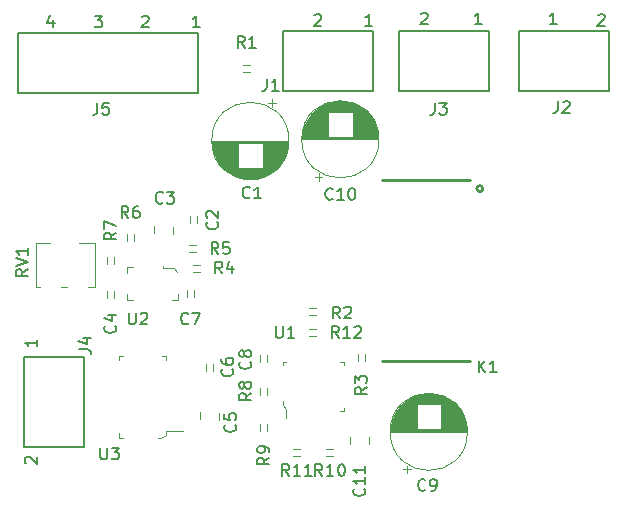
<source format=gto>
G04 #@! TF.GenerationSoftware,KiCad,Pcbnew,(5.1.0)-1*
G04 #@! TF.CreationDate,2019-06-02T09:38:51-04:00*
G04 #@! TF.ProjectId,SCH1110 - IO Module PCB,53434831-3131-4302-902d-20494f204d6f,-*
G04 #@! TF.SameCoordinates,Original*
G04 #@! TF.FileFunction,Legend,Top*
G04 #@! TF.FilePolarity,Positive*
%FSLAX46Y46*%
G04 Gerber Fmt 4.6, Leading zero omitted, Abs format (unit mm)*
G04 Created by KiCad (PCBNEW (5.1.0)-1) date 2019-06-02 09:38:51*
%MOMM*%
%LPD*%
G04 APERTURE LIST*
%ADD10C,0.150000*%
%ADD11C,0.254000*%
%ADD12C,0.100000*%
%ADD13C,0.180000*%
%ADD14C,0.120000*%
G04 APERTURE END LIST*
D10*
X102925619Y-90201714D02*
X102878000Y-90154095D01*
X102830380Y-90058857D01*
X102830380Y-89820761D01*
X102878000Y-89725523D01*
X102925619Y-89677904D01*
X103020857Y-89630285D01*
X103116095Y-89630285D01*
X103258952Y-89677904D01*
X103830380Y-90249333D01*
X103830380Y-89630285D01*
X103830380Y-79724285D02*
X103830380Y-80295714D01*
X103830380Y-80010000D02*
X102830380Y-80010000D01*
X102973238Y-80105238D01*
X103068476Y-80200476D01*
X103116095Y-80295714D01*
X105219476Y-52617714D02*
X105219476Y-53284380D01*
X104981380Y-52236761D02*
X104743285Y-52951047D01*
X105362333Y-52951047D01*
X108759666Y-52284380D02*
X109378714Y-52284380D01*
X109045380Y-52665333D01*
X109188238Y-52665333D01*
X109283476Y-52712952D01*
X109331095Y-52760571D01*
X109378714Y-52855809D01*
X109378714Y-53093904D01*
X109331095Y-53189142D01*
X109283476Y-53236761D01*
X109188238Y-53284380D01*
X108902523Y-53284380D01*
X108807285Y-53236761D01*
X108759666Y-53189142D01*
X112744285Y-52379619D02*
X112791904Y-52332000D01*
X112887142Y-52284380D01*
X113125238Y-52284380D01*
X113220476Y-52332000D01*
X113268095Y-52379619D01*
X113315714Y-52474857D01*
X113315714Y-52570095D01*
X113268095Y-52712952D01*
X112696666Y-53284380D01*
X113315714Y-53284380D01*
X117633714Y-53284380D02*
X117062285Y-53284380D01*
X117348000Y-53284380D02*
X117348000Y-52284380D01*
X117252761Y-52427238D01*
X117157523Y-52522476D01*
X117062285Y-52570095D01*
X127349285Y-52252619D02*
X127396904Y-52205000D01*
X127492142Y-52157380D01*
X127730238Y-52157380D01*
X127825476Y-52205000D01*
X127873095Y-52252619D01*
X127920714Y-52347857D01*
X127920714Y-52443095D01*
X127873095Y-52585952D01*
X127301666Y-53157380D01*
X127920714Y-53157380D01*
X132238714Y-53157380D02*
X131667285Y-53157380D01*
X131953000Y-53157380D02*
X131953000Y-52157380D01*
X131857761Y-52300238D01*
X131762523Y-52395476D01*
X131667285Y-52443095D01*
X136366285Y-52125619D02*
X136413904Y-52078000D01*
X136509142Y-52030380D01*
X136747238Y-52030380D01*
X136842476Y-52078000D01*
X136890095Y-52125619D01*
X136937714Y-52220857D01*
X136937714Y-52316095D01*
X136890095Y-52458952D01*
X136318666Y-53030380D01*
X136937714Y-53030380D01*
X141509714Y-53030380D02*
X140938285Y-53030380D01*
X141224000Y-53030380D02*
X141224000Y-52030380D01*
X141128761Y-52173238D01*
X141033523Y-52268476D01*
X140938285Y-52316095D01*
X151352285Y-52252619D02*
X151399904Y-52205000D01*
X151495142Y-52157380D01*
X151733238Y-52157380D01*
X151828476Y-52205000D01*
X151876095Y-52252619D01*
X151923714Y-52347857D01*
X151923714Y-52443095D01*
X151876095Y-52585952D01*
X151304666Y-53157380D01*
X151923714Y-53157380D01*
X147859714Y-53030380D02*
X147288285Y-53030380D01*
X147574000Y-53030380D02*
X147574000Y-52030380D01*
X147478761Y-52173238D01*
X147383523Y-52268476D01*
X147288285Y-52316095D01*
D11*
X140479000Y-81541000D02*
X133079000Y-81541000D01*
X140479000Y-66167000D02*
X133079000Y-66167000D01*
X141605000Y-66929000D02*
G75*
G03X141605000Y-66929000I-254000J0D01*
G01*
D12*
X115438000Y-73616000D02*
X115708000Y-73996000D01*
X115418000Y-73616000D02*
X115438000Y-73616000D01*
X115378000Y-73616000D02*
X115418000Y-73616000D01*
X114538000Y-73616000D02*
X115378000Y-73616000D01*
X114538000Y-73456000D02*
X114538000Y-73616000D01*
X111468000Y-76396000D02*
X111468000Y-75896000D01*
X111468000Y-76396000D02*
X111968000Y-76396000D01*
X111518000Y-73596000D02*
X112018000Y-73596000D01*
X115768000Y-76396000D02*
X115268000Y-76396000D01*
X115768000Y-76396000D02*
X115768000Y-75896000D01*
X111468000Y-73596000D02*
X111468000Y-73996000D01*
X111468000Y-73996000D02*
X111468000Y-74096000D01*
D13*
X102743000Y-81153000D02*
X107823000Y-81153000D01*
X102743000Y-88773000D02*
X102743000Y-81153000D01*
X107823000Y-88773000D02*
X102743000Y-88773000D01*
X107823000Y-81153000D02*
X107823000Y-88773000D01*
D14*
X130391000Y-88565000D02*
X130391000Y-87965000D01*
X131991000Y-88585000D02*
X131991000Y-87985000D01*
X134879000Y-90708241D02*
X135509000Y-90708241D01*
X135194000Y-91023241D02*
X135194000Y-90393241D01*
X136631000Y-84282000D02*
X137435000Y-84282000D01*
X136400000Y-84322000D02*
X137666000Y-84322000D01*
X136231000Y-84362000D02*
X137835000Y-84362000D01*
X136093000Y-84402000D02*
X137973000Y-84402000D01*
X135974000Y-84442000D02*
X138092000Y-84442000D01*
X135868000Y-84482000D02*
X138198000Y-84482000D01*
X135771000Y-84522000D02*
X138295000Y-84522000D01*
X135683000Y-84562000D02*
X138383000Y-84562000D01*
X135601000Y-84602000D02*
X138465000Y-84602000D01*
X135524000Y-84642000D02*
X138542000Y-84642000D01*
X135452000Y-84682000D02*
X138614000Y-84682000D01*
X135383000Y-84722000D02*
X138683000Y-84722000D01*
X135319000Y-84762000D02*
X138747000Y-84762000D01*
X135257000Y-84802000D02*
X138809000Y-84802000D01*
X135199000Y-84842000D02*
X138867000Y-84842000D01*
X135143000Y-84882000D02*
X138923000Y-84882000D01*
X135089000Y-84922000D02*
X138977000Y-84922000D01*
X135038000Y-84962000D02*
X139028000Y-84962000D01*
X134989000Y-85002000D02*
X139077000Y-85002000D01*
X134941000Y-85042000D02*
X139125000Y-85042000D01*
X134896000Y-85082000D02*
X139170000Y-85082000D01*
X134851000Y-85122000D02*
X139215000Y-85122000D01*
X134809000Y-85162000D02*
X139257000Y-85162000D01*
X134768000Y-85202000D02*
X139298000Y-85202000D01*
X138073000Y-85242000D02*
X139338000Y-85242000D01*
X134728000Y-85242000D02*
X135993000Y-85242000D01*
X138073000Y-85282000D02*
X139376000Y-85282000D01*
X134690000Y-85282000D02*
X135993000Y-85282000D01*
X138073000Y-85322000D02*
X139413000Y-85322000D01*
X134653000Y-85322000D02*
X135993000Y-85322000D01*
X138073000Y-85362000D02*
X139449000Y-85362000D01*
X134617000Y-85362000D02*
X135993000Y-85362000D01*
X138073000Y-85402000D02*
X139483000Y-85402000D01*
X134583000Y-85402000D02*
X135993000Y-85402000D01*
X138073000Y-85442000D02*
X139517000Y-85442000D01*
X134549000Y-85442000D02*
X135993000Y-85442000D01*
X138073000Y-85482000D02*
X139549000Y-85482000D01*
X134517000Y-85482000D02*
X135993000Y-85482000D01*
X138073000Y-85522000D02*
X139581000Y-85522000D01*
X134485000Y-85522000D02*
X135993000Y-85522000D01*
X138073000Y-85562000D02*
X139611000Y-85562000D01*
X134455000Y-85562000D02*
X135993000Y-85562000D01*
X138073000Y-85602000D02*
X139640000Y-85602000D01*
X134426000Y-85602000D02*
X135993000Y-85602000D01*
X138073000Y-85642000D02*
X139669000Y-85642000D01*
X134397000Y-85642000D02*
X135993000Y-85642000D01*
X138073000Y-85682000D02*
X139697000Y-85682000D01*
X134369000Y-85682000D02*
X135993000Y-85682000D01*
X138073000Y-85722000D02*
X139723000Y-85722000D01*
X134343000Y-85722000D02*
X135993000Y-85722000D01*
X138073000Y-85762000D02*
X139749000Y-85762000D01*
X134317000Y-85762000D02*
X135993000Y-85762000D01*
X138073000Y-85802000D02*
X139775000Y-85802000D01*
X134291000Y-85802000D02*
X135993000Y-85802000D01*
X138073000Y-85842000D02*
X139799000Y-85842000D01*
X134267000Y-85842000D02*
X135993000Y-85842000D01*
X138073000Y-85882000D02*
X139823000Y-85882000D01*
X134243000Y-85882000D02*
X135993000Y-85882000D01*
X138073000Y-85922000D02*
X139845000Y-85922000D01*
X134221000Y-85922000D02*
X135993000Y-85922000D01*
X138073000Y-85962000D02*
X139867000Y-85962000D01*
X134199000Y-85962000D02*
X135993000Y-85962000D01*
X138073000Y-86002000D02*
X139889000Y-86002000D01*
X134177000Y-86002000D02*
X135993000Y-86002000D01*
X138073000Y-86042000D02*
X139909000Y-86042000D01*
X134157000Y-86042000D02*
X135993000Y-86042000D01*
X138073000Y-86082000D02*
X139929000Y-86082000D01*
X134137000Y-86082000D02*
X135993000Y-86082000D01*
X138073000Y-86122000D02*
X139949000Y-86122000D01*
X134117000Y-86122000D02*
X135993000Y-86122000D01*
X138073000Y-86162000D02*
X139967000Y-86162000D01*
X134099000Y-86162000D02*
X135993000Y-86162000D01*
X138073000Y-86202000D02*
X139985000Y-86202000D01*
X134081000Y-86202000D02*
X135993000Y-86202000D01*
X138073000Y-86242000D02*
X140003000Y-86242000D01*
X134063000Y-86242000D02*
X135993000Y-86242000D01*
X138073000Y-86282000D02*
X140019000Y-86282000D01*
X134047000Y-86282000D02*
X135993000Y-86282000D01*
X138073000Y-86322000D02*
X140035000Y-86322000D01*
X134031000Y-86322000D02*
X135993000Y-86322000D01*
X138073000Y-86362000D02*
X140051000Y-86362000D01*
X134015000Y-86362000D02*
X135993000Y-86362000D01*
X138073000Y-86402000D02*
X140066000Y-86402000D01*
X134000000Y-86402000D02*
X135993000Y-86402000D01*
X138073000Y-86442000D02*
X140080000Y-86442000D01*
X133986000Y-86442000D02*
X135993000Y-86442000D01*
X138073000Y-86482000D02*
X140094000Y-86482000D01*
X133972000Y-86482000D02*
X135993000Y-86482000D01*
X138073000Y-86522000D02*
X140107000Y-86522000D01*
X133959000Y-86522000D02*
X135993000Y-86522000D01*
X138073000Y-86562000D02*
X140119000Y-86562000D01*
X133947000Y-86562000D02*
X135993000Y-86562000D01*
X138073000Y-86602000D02*
X140131000Y-86602000D01*
X133935000Y-86602000D02*
X135993000Y-86602000D01*
X138073000Y-86642000D02*
X140143000Y-86642000D01*
X133923000Y-86642000D02*
X135993000Y-86642000D01*
X138073000Y-86682000D02*
X140154000Y-86682000D01*
X133912000Y-86682000D02*
X135993000Y-86682000D01*
X138073000Y-86722000D02*
X140164000Y-86722000D01*
X133902000Y-86722000D02*
X135993000Y-86722000D01*
X138073000Y-86762000D02*
X140174000Y-86762000D01*
X133892000Y-86762000D02*
X135993000Y-86762000D01*
X138073000Y-86802000D02*
X140183000Y-86802000D01*
X133883000Y-86802000D02*
X135993000Y-86802000D01*
X138073000Y-86843000D02*
X140192000Y-86843000D01*
X133874000Y-86843000D02*
X135993000Y-86843000D01*
X138073000Y-86883000D02*
X140200000Y-86883000D01*
X133866000Y-86883000D02*
X135993000Y-86883000D01*
X138073000Y-86923000D02*
X140208000Y-86923000D01*
X133858000Y-86923000D02*
X135993000Y-86923000D01*
X138073000Y-86963000D02*
X140215000Y-86963000D01*
X133851000Y-86963000D02*
X135993000Y-86963000D01*
X138073000Y-87003000D02*
X140222000Y-87003000D01*
X133844000Y-87003000D02*
X135993000Y-87003000D01*
X138073000Y-87043000D02*
X140228000Y-87043000D01*
X133838000Y-87043000D02*
X135993000Y-87043000D01*
X138073000Y-87083000D02*
X140234000Y-87083000D01*
X133832000Y-87083000D02*
X135993000Y-87083000D01*
X138073000Y-87123000D02*
X140239000Y-87123000D01*
X133827000Y-87123000D02*
X135993000Y-87123000D01*
X138073000Y-87163000D02*
X140244000Y-87163000D01*
X133822000Y-87163000D02*
X135993000Y-87163000D01*
X138073000Y-87203000D02*
X140248000Y-87203000D01*
X133818000Y-87203000D02*
X135993000Y-87203000D01*
X138073000Y-87243000D02*
X140251000Y-87243000D01*
X133815000Y-87243000D02*
X135993000Y-87243000D01*
X138073000Y-87283000D02*
X140255000Y-87283000D01*
X133811000Y-87283000D02*
X135993000Y-87283000D01*
X133809000Y-87323000D02*
X140257000Y-87323000D01*
X133806000Y-87363000D02*
X140260000Y-87363000D01*
X133805000Y-87403000D02*
X140261000Y-87403000D01*
X133803000Y-87443000D02*
X140263000Y-87443000D01*
X133803000Y-87483000D02*
X140263000Y-87483000D01*
X133803000Y-87523000D02*
X140263000Y-87523000D01*
X140303000Y-87523000D02*
G75*
G03X140303000Y-87523000I-3270000J0D01*
G01*
X125190000Y-62885000D02*
G75*
G03X125190000Y-62885000I-3270000J0D01*
G01*
X125150000Y-62885000D02*
X118690000Y-62885000D01*
X125150000Y-62925000D02*
X118690000Y-62925000D01*
X125150000Y-62965000D02*
X118690000Y-62965000D01*
X125148000Y-63005000D02*
X118692000Y-63005000D01*
X125147000Y-63045000D02*
X118693000Y-63045000D01*
X125144000Y-63085000D02*
X118696000Y-63085000D01*
X125142000Y-63125000D02*
X122960000Y-63125000D01*
X120880000Y-63125000D02*
X118698000Y-63125000D01*
X125138000Y-63165000D02*
X122960000Y-63165000D01*
X120880000Y-63165000D02*
X118702000Y-63165000D01*
X125135000Y-63205000D02*
X122960000Y-63205000D01*
X120880000Y-63205000D02*
X118705000Y-63205000D01*
X125131000Y-63245000D02*
X122960000Y-63245000D01*
X120880000Y-63245000D02*
X118709000Y-63245000D01*
X125126000Y-63285000D02*
X122960000Y-63285000D01*
X120880000Y-63285000D02*
X118714000Y-63285000D01*
X125121000Y-63325000D02*
X122960000Y-63325000D01*
X120880000Y-63325000D02*
X118719000Y-63325000D01*
X125115000Y-63365000D02*
X122960000Y-63365000D01*
X120880000Y-63365000D02*
X118725000Y-63365000D01*
X125109000Y-63405000D02*
X122960000Y-63405000D01*
X120880000Y-63405000D02*
X118731000Y-63405000D01*
X125102000Y-63445000D02*
X122960000Y-63445000D01*
X120880000Y-63445000D02*
X118738000Y-63445000D01*
X125095000Y-63485000D02*
X122960000Y-63485000D01*
X120880000Y-63485000D02*
X118745000Y-63485000D01*
X125087000Y-63525000D02*
X122960000Y-63525000D01*
X120880000Y-63525000D02*
X118753000Y-63525000D01*
X125079000Y-63565000D02*
X122960000Y-63565000D01*
X120880000Y-63565000D02*
X118761000Y-63565000D01*
X125070000Y-63606000D02*
X122960000Y-63606000D01*
X120880000Y-63606000D02*
X118770000Y-63606000D01*
X125061000Y-63646000D02*
X122960000Y-63646000D01*
X120880000Y-63646000D02*
X118779000Y-63646000D01*
X125051000Y-63686000D02*
X122960000Y-63686000D01*
X120880000Y-63686000D02*
X118789000Y-63686000D01*
X125041000Y-63726000D02*
X122960000Y-63726000D01*
X120880000Y-63726000D02*
X118799000Y-63726000D01*
X125030000Y-63766000D02*
X122960000Y-63766000D01*
X120880000Y-63766000D02*
X118810000Y-63766000D01*
X125018000Y-63806000D02*
X122960000Y-63806000D01*
X120880000Y-63806000D02*
X118822000Y-63806000D01*
X125006000Y-63846000D02*
X122960000Y-63846000D01*
X120880000Y-63846000D02*
X118834000Y-63846000D01*
X124994000Y-63886000D02*
X122960000Y-63886000D01*
X120880000Y-63886000D02*
X118846000Y-63886000D01*
X124981000Y-63926000D02*
X122960000Y-63926000D01*
X120880000Y-63926000D02*
X118859000Y-63926000D01*
X124967000Y-63966000D02*
X122960000Y-63966000D01*
X120880000Y-63966000D02*
X118873000Y-63966000D01*
X124953000Y-64006000D02*
X122960000Y-64006000D01*
X120880000Y-64006000D02*
X118887000Y-64006000D01*
X124938000Y-64046000D02*
X122960000Y-64046000D01*
X120880000Y-64046000D02*
X118902000Y-64046000D01*
X124922000Y-64086000D02*
X122960000Y-64086000D01*
X120880000Y-64086000D02*
X118918000Y-64086000D01*
X124906000Y-64126000D02*
X122960000Y-64126000D01*
X120880000Y-64126000D02*
X118934000Y-64126000D01*
X124890000Y-64166000D02*
X122960000Y-64166000D01*
X120880000Y-64166000D02*
X118950000Y-64166000D01*
X124872000Y-64206000D02*
X122960000Y-64206000D01*
X120880000Y-64206000D02*
X118968000Y-64206000D01*
X124854000Y-64246000D02*
X122960000Y-64246000D01*
X120880000Y-64246000D02*
X118986000Y-64246000D01*
X124836000Y-64286000D02*
X122960000Y-64286000D01*
X120880000Y-64286000D02*
X119004000Y-64286000D01*
X124816000Y-64326000D02*
X122960000Y-64326000D01*
X120880000Y-64326000D02*
X119024000Y-64326000D01*
X124796000Y-64366000D02*
X122960000Y-64366000D01*
X120880000Y-64366000D02*
X119044000Y-64366000D01*
X124776000Y-64406000D02*
X122960000Y-64406000D01*
X120880000Y-64406000D02*
X119064000Y-64406000D01*
X124754000Y-64446000D02*
X122960000Y-64446000D01*
X120880000Y-64446000D02*
X119086000Y-64446000D01*
X124732000Y-64486000D02*
X122960000Y-64486000D01*
X120880000Y-64486000D02*
X119108000Y-64486000D01*
X124710000Y-64526000D02*
X122960000Y-64526000D01*
X120880000Y-64526000D02*
X119130000Y-64526000D01*
X124686000Y-64566000D02*
X122960000Y-64566000D01*
X120880000Y-64566000D02*
X119154000Y-64566000D01*
X124662000Y-64606000D02*
X122960000Y-64606000D01*
X120880000Y-64606000D02*
X119178000Y-64606000D01*
X124636000Y-64646000D02*
X122960000Y-64646000D01*
X120880000Y-64646000D02*
X119204000Y-64646000D01*
X124610000Y-64686000D02*
X122960000Y-64686000D01*
X120880000Y-64686000D02*
X119230000Y-64686000D01*
X124584000Y-64726000D02*
X122960000Y-64726000D01*
X120880000Y-64726000D02*
X119256000Y-64726000D01*
X124556000Y-64766000D02*
X122960000Y-64766000D01*
X120880000Y-64766000D02*
X119284000Y-64766000D01*
X124527000Y-64806000D02*
X122960000Y-64806000D01*
X120880000Y-64806000D02*
X119313000Y-64806000D01*
X124498000Y-64846000D02*
X122960000Y-64846000D01*
X120880000Y-64846000D02*
X119342000Y-64846000D01*
X124468000Y-64886000D02*
X122960000Y-64886000D01*
X120880000Y-64886000D02*
X119372000Y-64886000D01*
X124436000Y-64926000D02*
X122960000Y-64926000D01*
X120880000Y-64926000D02*
X119404000Y-64926000D01*
X124404000Y-64966000D02*
X122960000Y-64966000D01*
X120880000Y-64966000D02*
X119436000Y-64966000D01*
X124370000Y-65006000D02*
X122960000Y-65006000D01*
X120880000Y-65006000D02*
X119470000Y-65006000D01*
X124336000Y-65046000D02*
X122960000Y-65046000D01*
X120880000Y-65046000D02*
X119504000Y-65046000D01*
X124300000Y-65086000D02*
X122960000Y-65086000D01*
X120880000Y-65086000D02*
X119540000Y-65086000D01*
X124263000Y-65126000D02*
X122960000Y-65126000D01*
X120880000Y-65126000D02*
X119577000Y-65126000D01*
X124225000Y-65166000D02*
X122960000Y-65166000D01*
X120880000Y-65166000D02*
X119615000Y-65166000D01*
X124185000Y-65206000D02*
X119655000Y-65206000D01*
X124144000Y-65246000D02*
X119696000Y-65246000D01*
X124102000Y-65286000D02*
X119738000Y-65286000D01*
X124057000Y-65326000D02*
X119783000Y-65326000D01*
X124012000Y-65366000D02*
X119828000Y-65366000D01*
X123964000Y-65406000D02*
X119876000Y-65406000D01*
X123915000Y-65446000D02*
X119925000Y-65446000D01*
X123864000Y-65486000D02*
X119976000Y-65486000D01*
X123810000Y-65526000D02*
X120030000Y-65526000D01*
X123754000Y-65566000D02*
X120086000Y-65566000D01*
X123696000Y-65606000D02*
X120144000Y-65606000D01*
X123634000Y-65646000D02*
X120206000Y-65646000D01*
X123570000Y-65686000D02*
X120270000Y-65686000D01*
X123501000Y-65726000D02*
X120339000Y-65726000D01*
X123429000Y-65766000D02*
X120411000Y-65766000D01*
X123352000Y-65806000D02*
X120488000Y-65806000D01*
X123270000Y-65846000D02*
X120570000Y-65846000D01*
X123182000Y-65886000D02*
X120658000Y-65886000D01*
X123085000Y-65926000D02*
X120755000Y-65926000D01*
X122979000Y-65966000D02*
X120861000Y-65966000D01*
X122860000Y-66006000D02*
X120980000Y-66006000D01*
X122722000Y-66046000D02*
X121118000Y-66046000D01*
X122553000Y-66086000D02*
X121287000Y-66086000D01*
X122322000Y-66126000D02*
X121518000Y-66126000D01*
X123759000Y-59384759D02*
X123759000Y-60014759D01*
X124074000Y-59699759D02*
X123444000Y-59699759D01*
X117394000Y-69831000D02*
X117394000Y-69231000D01*
X116794000Y-69831000D02*
X116794000Y-69231000D01*
X115354000Y-70151000D02*
X115354000Y-70751000D01*
X113754000Y-70131000D02*
X113754000Y-70731000D01*
X110409000Y-75581000D02*
X110409000Y-76181000D01*
X109809000Y-75581000D02*
X109809000Y-76181000D01*
X117691000Y-85879000D02*
X117691000Y-86479000D01*
X119291000Y-85899000D02*
X119291000Y-86499000D01*
X118191000Y-82342000D02*
X118191000Y-81742000D01*
X118791000Y-82342000D02*
X118791000Y-81742000D01*
X117140000Y-75519000D02*
X117140000Y-76119000D01*
X116540000Y-75519000D02*
X116540000Y-76119000D01*
X122763000Y-81045000D02*
X122763000Y-81645000D01*
X123363000Y-81045000D02*
X123363000Y-81645000D01*
D13*
X132334000Y-58674000D02*
X124714000Y-58674000D01*
X124714000Y-58674000D02*
X124714000Y-53594000D01*
X124714000Y-53594000D02*
X132334000Y-53594000D01*
X132334000Y-53594000D02*
X132334000Y-58674000D01*
X144653000Y-58674000D02*
X144653000Y-53594000D01*
X152273000Y-58674000D02*
X144653000Y-58674000D01*
X152273000Y-53594000D02*
X152273000Y-58674000D01*
X144653000Y-53594000D02*
X152273000Y-53594000D01*
X142113000Y-58674000D02*
X134493000Y-58674000D01*
X134493000Y-58674000D02*
X134493000Y-53594000D01*
X134493000Y-53594000D02*
X142113000Y-53594000D01*
X142113000Y-53594000D02*
X142113000Y-58674000D01*
X117475000Y-58801000D02*
X102235000Y-58801000D01*
X102235000Y-58801000D02*
X102235000Y-53721000D01*
X102235000Y-53721000D02*
X117475000Y-53721000D01*
X117475000Y-53721000D02*
X117475000Y-58801000D01*
D14*
X121301000Y-56469000D02*
X121901000Y-56469000D01*
X121301000Y-57069000D02*
X121901000Y-57069000D01*
X127489000Y-77643000D02*
X126889000Y-77643000D01*
X127489000Y-77043000D02*
X126889000Y-77043000D01*
X131618000Y-81518000D02*
X131618000Y-80918000D01*
X131018000Y-81518000D02*
X131018000Y-80918000D01*
X117048000Y-73960000D02*
X117648000Y-73960000D01*
X117048000Y-73360000D02*
X117648000Y-73360000D01*
X116732000Y-72309000D02*
X117332000Y-72309000D01*
X116732000Y-71709000D02*
X117332000Y-71709000D01*
X112060000Y-70758000D02*
X112060000Y-71358000D01*
X111460000Y-70758000D02*
X111460000Y-71358000D01*
X109809000Y-72725000D02*
X109809000Y-73325000D01*
X110409000Y-72725000D02*
X110409000Y-73325000D01*
X123363000Y-84374000D02*
X123363000Y-83774000D01*
X122763000Y-84374000D02*
X122763000Y-83774000D01*
X123363000Y-86822000D02*
X123363000Y-87422000D01*
X122763000Y-86822000D02*
X122763000Y-87422000D01*
X128886000Y-88981000D02*
X128286000Y-88981000D01*
X128886000Y-89581000D02*
X128286000Y-89581000D01*
X125557000Y-88981000D02*
X126157000Y-88981000D01*
X125557000Y-89581000D02*
X126157000Y-89581000D01*
X104132000Y-75286000D02*
X103752000Y-75286000D01*
X108792000Y-75286000D02*
X108211000Y-75286000D01*
X106432000Y-75286000D02*
X105912000Y-75286000D01*
X108792000Y-71546000D02*
X107412000Y-71546000D01*
X104932000Y-71546000D02*
X103752000Y-71546000D01*
X108792000Y-75286000D02*
X108792000Y-71546000D01*
X103752000Y-75286000D02*
X103752000Y-71546000D01*
D12*
X124654000Y-84893000D02*
X124654000Y-85293000D01*
X124654000Y-85293000D02*
X124954000Y-85593000D01*
X124954000Y-85593000D02*
X124954000Y-86393000D01*
X129554000Y-85793000D02*
X129854000Y-85793000D01*
X129854000Y-85793000D02*
X129854000Y-85493000D01*
X124954000Y-81593000D02*
X124654000Y-81593000D01*
X124654000Y-81593000D02*
X124654000Y-81893000D01*
X129554000Y-81593000D02*
X129854000Y-81593000D01*
X129854000Y-81593000D02*
X129854000Y-81893000D01*
X114126000Y-88078000D02*
X114376000Y-88078000D01*
X114376000Y-88078000D02*
X114751000Y-87753000D01*
X114751000Y-87753000D02*
X114751000Y-87453000D01*
X114751000Y-87453000D02*
X116201000Y-87453000D01*
X110801000Y-87628000D02*
X110801000Y-88078000D01*
X110801000Y-88078000D02*
X111176000Y-88078000D01*
X114401000Y-81128000D02*
X114751000Y-81128000D01*
X114751000Y-81128000D02*
X114751000Y-81478000D01*
X110801000Y-81453000D02*
X110801000Y-81128000D01*
X110801000Y-81128000D02*
X111101000Y-81128000D01*
D14*
X132810000Y-62758000D02*
G75*
G03X132810000Y-62758000I-3270000J0D01*
G01*
X126310000Y-62758000D02*
X132770000Y-62758000D01*
X126310000Y-62718000D02*
X132770000Y-62718000D01*
X126310000Y-62678000D02*
X132770000Y-62678000D01*
X126312000Y-62638000D02*
X132768000Y-62638000D01*
X126313000Y-62598000D02*
X132767000Y-62598000D01*
X126316000Y-62558000D02*
X132764000Y-62558000D01*
X126318000Y-62518000D02*
X128500000Y-62518000D01*
X130580000Y-62518000D02*
X132762000Y-62518000D01*
X126322000Y-62478000D02*
X128500000Y-62478000D01*
X130580000Y-62478000D02*
X132758000Y-62478000D01*
X126325000Y-62438000D02*
X128500000Y-62438000D01*
X130580000Y-62438000D02*
X132755000Y-62438000D01*
X126329000Y-62398000D02*
X128500000Y-62398000D01*
X130580000Y-62398000D02*
X132751000Y-62398000D01*
X126334000Y-62358000D02*
X128500000Y-62358000D01*
X130580000Y-62358000D02*
X132746000Y-62358000D01*
X126339000Y-62318000D02*
X128500000Y-62318000D01*
X130580000Y-62318000D02*
X132741000Y-62318000D01*
X126345000Y-62278000D02*
X128500000Y-62278000D01*
X130580000Y-62278000D02*
X132735000Y-62278000D01*
X126351000Y-62238000D02*
X128500000Y-62238000D01*
X130580000Y-62238000D02*
X132729000Y-62238000D01*
X126358000Y-62198000D02*
X128500000Y-62198000D01*
X130580000Y-62198000D02*
X132722000Y-62198000D01*
X126365000Y-62158000D02*
X128500000Y-62158000D01*
X130580000Y-62158000D02*
X132715000Y-62158000D01*
X126373000Y-62118000D02*
X128500000Y-62118000D01*
X130580000Y-62118000D02*
X132707000Y-62118000D01*
X126381000Y-62078000D02*
X128500000Y-62078000D01*
X130580000Y-62078000D02*
X132699000Y-62078000D01*
X126390000Y-62037000D02*
X128500000Y-62037000D01*
X130580000Y-62037000D02*
X132690000Y-62037000D01*
X126399000Y-61997000D02*
X128500000Y-61997000D01*
X130580000Y-61997000D02*
X132681000Y-61997000D01*
X126409000Y-61957000D02*
X128500000Y-61957000D01*
X130580000Y-61957000D02*
X132671000Y-61957000D01*
X126419000Y-61917000D02*
X128500000Y-61917000D01*
X130580000Y-61917000D02*
X132661000Y-61917000D01*
X126430000Y-61877000D02*
X128500000Y-61877000D01*
X130580000Y-61877000D02*
X132650000Y-61877000D01*
X126442000Y-61837000D02*
X128500000Y-61837000D01*
X130580000Y-61837000D02*
X132638000Y-61837000D01*
X126454000Y-61797000D02*
X128500000Y-61797000D01*
X130580000Y-61797000D02*
X132626000Y-61797000D01*
X126466000Y-61757000D02*
X128500000Y-61757000D01*
X130580000Y-61757000D02*
X132614000Y-61757000D01*
X126479000Y-61717000D02*
X128500000Y-61717000D01*
X130580000Y-61717000D02*
X132601000Y-61717000D01*
X126493000Y-61677000D02*
X128500000Y-61677000D01*
X130580000Y-61677000D02*
X132587000Y-61677000D01*
X126507000Y-61637000D02*
X128500000Y-61637000D01*
X130580000Y-61637000D02*
X132573000Y-61637000D01*
X126522000Y-61597000D02*
X128500000Y-61597000D01*
X130580000Y-61597000D02*
X132558000Y-61597000D01*
X126538000Y-61557000D02*
X128500000Y-61557000D01*
X130580000Y-61557000D02*
X132542000Y-61557000D01*
X126554000Y-61517000D02*
X128500000Y-61517000D01*
X130580000Y-61517000D02*
X132526000Y-61517000D01*
X126570000Y-61477000D02*
X128500000Y-61477000D01*
X130580000Y-61477000D02*
X132510000Y-61477000D01*
X126588000Y-61437000D02*
X128500000Y-61437000D01*
X130580000Y-61437000D02*
X132492000Y-61437000D01*
X126606000Y-61397000D02*
X128500000Y-61397000D01*
X130580000Y-61397000D02*
X132474000Y-61397000D01*
X126624000Y-61357000D02*
X128500000Y-61357000D01*
X130580000Y-61357000D02*
X132456000Y-61357000D01*
X126644000Y-61317000D02*
X128500000Y-61317000D01*
X130580000Y-61317000D02*
X132436000Y-61317000D01*
X126664000Y-61277000D02*
X128500000Y-61277000D01*
X130580000Y-61277000D02*
X132416000Y-61277000D01*
X126684000Y-61237000D02*
X128500000Y-61237000D01*
X130580000Y-61237000D02*
X132396000Y-61237000D01*
X126706000Y-61197000D02*
X128500000Y-61197000D01*
X130580000Y-61197000D02*
X132374000Y-61197000D01*
X126728000Y-61157000D02*
X128500000Y-61157000D01*
X130580000Y-61157000D02*
X132352000Y-61157000D01*
X126750000Y-61117000D02*
X128500000Y-61117000D01*
X130580000Y-61117000D02*
X132330000Y-61117000D01*
X126774000Y-61077000D02*
X128500000Y-61077000D01*
X130580000Y-61077000D02*
X132306000Y-61077000D01*
X126798000Y-61037000D02*
X128500000Y-61037000D01*
X130580000Y-61037000D02*
X132282000Y-61037000D01*
X126824000Y-60997000D02*
X128500000Y-60997000D01*
X130580000Y-60997000D02*
X132256000Y-60997000D01*
X126850000Y-60957000D02*
X128500000Y-60957000D01*
X130580000Y-60957000D02*
X132230000Y-60957000D01*
X126876000Y-60917000D02*
X128500000Y-60917000D01*
X130580000Y-60917000D02*
X132204000Y-60917000D01*
X126904000Y-60877000D02*
X128500000Y-60877000D01*
X130580000Y-60877000D02*
X132176000Y-60877000D01*
X126933000Y-60837000D02*
X128500000Y-60837000D01*
X130580000Y-60837000D02*
X132147000Y-60837000D01*
X126962000Y-60797000D02*
X128500000Y-60797000D01*
X130580000Y-60797000D02*
X132118000Y-60797000D01*
X126992000Y-60757000D02*
X128500000Y-60757000D01*
X130580000Y-60757000D02*
X132088000Y-60757000D01*
X127024000Y-60717000D02*
X128500000Y-60717000D01*
X130580000Y-60717000D02*
X132056000Y-60717000D01*
X127056000Y-60677000D02*
X128500000Y-60677000D01*
X130580000Y-60677000D02*
X132024000Y-60677000D01*
X127090000Y-60637000D02*
X128500000Y-60637000D01*
X130580000Y-60637000D02*
X131990000Y-60637000D01*
X127124000Y-60597000D02*
X128500000Y-60597000D01*
X130580000Y-60597000D02*
X131956000Y-60597000D01*
X127160000Y-60557000D02*
X128500000Y-60557000D01*
X130580000Y-60557000D02*
X131920000Y-60557000D01*
X127197000Y-60517000D02*
X128500000Y-60517000D01*
X130580000Y-60517000D02*
X131883000Y-60517000D01*
X127235000Y-60477000D02*
X128500000Y-60477000D01*
X130580000Y-60477000D02*
X131845000Y-60477000D01*
X127275000Y-60437000D02*
X131805000Y-60437000D01*
X127316000Y-60397000D02*
X131764000Y-60397000D01*
X127358000Y-60357000D02*
X131722000Y-60357000D01*
X127403000Y-60317000D02*
X131677000Y-60317000D01*
X127448000Y-60277000D02*
X131632000Y-60277000D01*
X127496000Y-60237000D02*
X131584000Y-60237000D01*
X127545000Y-60197000D02*
X131535000Y-60197000D01*
X127596000Y-60157000D02*
X131484000Y-60157000D01*
X127650000Y-60117000D02*
X131430000Y-60117000D01*
X127706000Y-60077000D02*
X131374000Y-60077000D01*
X127764000Y-60037000D02*
X131316000Y-60037000D01*
X127826000Y-59997000D02*
X131254000Y-59997000D01*
X127890000Y-59957000D02*
X131190000Y-59957000D01*
X127959000Y-59917000D02*
X131121000Y-59917000D01*
X128031000Y-59877000D02*
X131049000Y-59877000D01*
X128108000Y-59837000D02*
X130972000Y-59837000D01*
X128190000Y-59797000D02*
X130890000Y-59797000D01*
X128278000Y-59757000D02*
X130802000Y-59757000D01*
X128375000Y-59717000D02*
X130705000Y-59717000D01*
X128481000Y-59677000D02*
X130599000Y-59677000D01*
X128600000Y-59637000D02*
X130480000Y-59637000D01*
X128738000Y-59597000D02*
X130342000Y-59597000D01*
X128907000Y-59557000D02*
X130173000Y-59557000D01*
X129138000Y-59517000D02*
X129942000Y-59517000D01*
X127701000Y-66258241D02*
X127701000Y-65628241D01*
X127386000Y-65943241D02*
X128016000Y-65943241D01*
X126889000Y-79421000D02*
X127489000Y-79421000D01*
X126889000Y-78821000D02*
X127489000Y-78821000D01*
D10*
X141247904Y-82494380D02*
X141247904Y-81494380D01*
X141819333Y-82494380D02*
X141390761Y-81922952D01*
X141819333Y-81494380D02*
X141247904Y-82065809D01*
X142771714Y-82494380D02*
X142200285Y-82494380D01*
X142486000Y-82494380D02*
X142486000Y-81494380D01*
X142390761Y-81637238D01*
X142295523Y-81732476D01*
X142200285Y-81780095D01*
X111633095Y-77430380D02*
X111633095Y-78239904D01*
X111680714Y-78335142D01*
X111728333Y-78382761D01*
X111823571Y-78430380D01*
X112014047Y-78430380D01*
X112109285Y-78382761D01*
X112156904Y-78335142D01*
X112204523Y-78239904D01*
X112204523Y-77430380D01*
X112633095Y-77525619D02*
X112680714Y-77478000D01*
X112775952Y-77430380D01*
X113014047Y-77430380D01*
X113109285Y-77478000D01*
X113156904Y-77525619D01*
X113204523Y-77620857D01*
X113204523Y-77716095D01*
X113156904Y-77858952D01*
X112585476Y-78430380D01*
X113204523Y-78430380D01*
D13*
X107410380Y-80512190D02*
X108124666Y-80512190D01*
X108267523Y-80559809D01*
X108362761Y-80655047D01*
X108410380Y-80797904D01*
X108410380Y-80893142D01*
X107743714Y-79607428D02*
X108410380Y-79607428D01*
X107362761Y-79845523D02*
X108077047Y-80083619D01*
X108077047Y-79464571D01*
D10*
X131548142Y-92336857D02*
X131595761Y-92384476D01*
X131643380Y-92527333D01*
X131643380Y-92622571D01*
X131595761Y-92765428D01*
X131500523Y-92860666D01*
X131405285Y-92908285D01*
X131214809Y-92955904D01*
X131071952Y-92955904D01*
X130881476Y-92908285D01*
X130786238Y-92860666D01*
X130691000Y-92765428D01*
X130643380Y-92622571D01*
X130643380Y-92527333D01*
X130691000Y-92384476D01*
X130738619Y-92336857D01*
X131643380Y-91384476D02*
X131643380Y-91955904D01*
X131643380Y-91670190D02*
X130643380Y-91670190D01*
X130786238Y-91765428D01*
X130881476Y-91860666D01*
X130929095Y-91955904D01*
X131643380Y-90432095D02*
X131643380Y-91003523D01*
X131643380Y-90717809D02*
X130643380Y-90717809D01*
X130786238Y-90813047D01*
X130881476Y-90908285D01*
X130929095Y-91003523D01*
X136739333Y-92432142D02*
X136691714Y-92479761D01*
X136548857Y-92527380D01*
X136453619Y-92527380D01*
X136310761Y-92479761D01*
X136215523Y-92384523D01*
X136167904Y-92289285D01*
X136120285Y-92098809D01*
X136120285Y-91955952D01*
X136167904Y-91765476D01*
X136215523Y-91670238D01*
X136310761Y-91575000D01*
X136453619Y-91527380D01*
X136548857Y-91527380D01*
X136691714Y-91575000D01*
X136739333Y-91622619D01*
X137215523Y-92527380D02*
X137406000Y-92527380D01*
X137501238Y-92479761D01*
X137548857Y-92432142D01*
X137644095Y-92289285D01*
X137691714Y-92098809D01*
X137691714Y-91717857D01*
X137644095Y-91622619D01*
X137596476Y-91575000D01*
X137501238Y-91527380D01*
X137310761Y-91527380D01*
X137215523Y-91575000D01*
X137167904Y-91622619D01*
X137120285Y-91717857D01*
X137120285Y-91955952D01*
X137167904Y-92051190D01*
X137215523Y-92098809D01*
X137310761Y-92146428D01*
X137501238Y-92146428D01*
X137596476Y-92098809D01*
X137644095Y-92051190D01*
X137691714Y-91955952D01*
X121880333Y-67667142D02*
X121832714Y-67714761D01*
X121689857Y-67762380D01*
X121594619Y-67762380D01*
X121451761Y-67714761D01*
X121356523Y-67619523D01*
X121308904Y-67524285D01*
X121261285Y-67333809D01*
X121261285Y-67190952D01*
X121308904Y-67000476D01*
X121356523Y-66905238D01*
X121451761Y-66810000D01*
X121594619Y-66762380D01*
X121689857Y-66762380D01*
X121832714Y-66810000D01*
X121880333Y-66857619D01*
X122832714Y-67762380D02*
X122261285Y-67762380D01*
X122547000Y-67762380D02*
X122547000Y-66762380D01*
X122451761Y-66905238D01*
X122356523Y-67000476D01*
X122261285Y-67048095D01*
X119102142Y-69759666D02*
X119149761Y-69807285D01*
X119197380Y-69950142D01*
X119197380Y-70045380D01*
X119149761Y-70188238D01*
X119054523Y-70283476D01*
X118959285Y-70331095D01*
X118768809Y-70378714D01*
X118625952Y-70378714D01*
X118435476Y-70331095D01*
X118340238Y-70283476D01*
X118245000Y-70188238D01*
X118197380Y-70045380D01*
X118197380Y-69950142D01*
X118245000Y-69807285D01*
X118292619Y-69759666D01*
X118292619Y-69378714D02*
X118245000Y-69331095D01*
X118197380Y-69235857D01*
X118197380Y-68997761D01*
X118245000Y-68902523D01*
X118292619Y-68854904D01*
X118387857Y-68807285D01*
X118483095Y-68807285D01*
X118625952Y-68854904D01*
X119197380Y-69426333D01*
X119197380Y-68807285D01*
X114514333Y-68107142D02*
X114466714Y-68154761D01*
X114323857Y-68202380D01*
X114228619Y-68202380D01*
X114085761Y-68154761D01*
X113990523Y-68059523D01*
X113942904Y-67964285D01*
X113895285Y-67773809D01*
X113895285Y-67630952D01*
X113942904Y-67440476D01*
X113990523Y-67345238D01*
X114085761Y-67250000D01*
X114228619Y-67202380D01*
X114323857Y-67202380D01*
X114466714Y-67250000D01*
X114514333Y-67297619D01*
X114847666Y-67202380D02*
X115466714Y-67202380D01*
X115133380Y-67583333D01*
X115276238Y-67583333D01*
X115371476Y-67630952D01*
X115419095Y-67678571D01*
X115466714Y-67773809D01*
X115466714Y-68011904D01*
X115419095Y-68107142D01*
X115371476Y-68154761D01*
X115276238Y-68202380D01*
X114990523Y-68202380D01*
X114895285Y-68154761D01*
X114847666Y-68107142D01*
X110466142Y-78525666D02*
X110513761Y-78573285D01*
X110561380Y-78716142D01*
X110561380Y-78811380D01*
X110513761Y-78954238D01*
X110418523Y-79049476D01*
X110323285Y-79097095D01*
X110132809Y-79144714D01*
X109989952Y-79144714D01*
X109799476Y-79097095D01*
X109704238Y-79049476D01*
X109609000Y-78954238D01*
X109561380Y-78811380D01*
X109561380Y-78716142D01*
X109609000Y-78573285D01*
X109656619Y-78525666D01*
X109894714Y-77668523D02*
X110561380Y-77668523D01*
X109513761Y-77906619D02*
X110228047Y-78144714D01*
X110228047Y-77525666D01*
X120626142Y-86907666D02*
X120673761Y-86955285D01*
X120721380Y-87098142D01*
X120721380Y-87193380D01*
X120673761Y-87336238D01*
X120578523Y-87431476D01*
X120483285Y-87479095D01*
X120292809Y-87526714D01*
X120149952Y-87526714D01*
X119959476Y-87479095D01*
X119864238Y-87431476D01*
X119769000Y-87336238D01*
X119721380Y-87193380D01*
X119721380Y-87098142D01*
X119769000Y-86955285D01*
X119816619Y-86907666D01*
X119721380Y-86002904D02*
X119721380Y-86479095D01*
X120197571Y-86526714D01*
X120149952Y-86479095D01*
X120102333Y-86383857D01*
X120102333Y-86145761D01*
X120149952Y-86050523D01*
X120197571Y-86002904D01*
X120292809Y-85955285D01*
X120530904Y-85955285D01*
X120626142Y-86002904D01*
X120673761Y-86050523D01*
X120721380Y-86145761D01*
X120721380Y-86383857D01*
X120673761Y-86479095D01*
X120626142Y-86526714D01*
X120372142Y-82208666D02*
X120419761Y-82256285D01*
X120467380Y-82399142D01*
X120467380Y-82494380D01*
X120419761Y-82637238D01*
X120324523Y-82732476D01*
X120229285Y-82780095D01*
X120038809Y-82827714D01*
X119895952Y-82827714D01*
X119705476Y-82780095D01*
X119610238Y-82732476D01*
X119515000Y-82637238D01*
X119467380Y-82494380D01*
X119467380Y-82399142D01*
X119515000Y-82256285D01*
X119562619Y-82208666D01*
X119467380Y-81351523D02*
X119467380Y-81542000D01*
X119515000Y-81637238D01*
X119562619Y-81684857D01*
X119705476Y-81780095D01*
X119895952Y-81827714D01*
X120276904Y-81827714D01*
X120372142Y-81780095D01*
X120419761Y-81732476D01*
X120467380Y-81637238D01*
X120467380Y-81446761D01*
X120419761Y-81351523D01*
X120372142Y-81303904D01*
X120276904Y-81256285D01*
X120038809Y-81256285D01*
X119943571Y-81303904D01*
X119895952Y-81351523D01*
X119848333Y-81446761D01*
X119848333Y-81637238D01*
X119895952Y-81732476D01*
X119943571Y-81780095D01*
X120038809Y-81827714D01*
X116673333Y-78335142D02*
X116625714Y-78382761D01*
X116482857Y-78430380D01*
X116387619Y-78430380D01*
X116244761Y-78382761D01*
X116149523Y-78287523D01*
X116101904Y-78192285D01*
X116054285Y-78001809D01*
X116054285Y-77858952D01*
X116101904Y-77668476D01*
X116149523Y-77573238D01*
X116244761Y-77478000D01*
X116387619Y-77430380D01*
X116482857Y-77430380D01*
X116625714Y-77478000D01*
X116673333Y-77525619D01*
X117006666Y-77430380D02*
X117673333Y-77430380D01*
X117244761Y-78430380D01*
X121896142Y-81573666D02*
X121943761Y-81621285D01*
X121991380Y-81764142D01*
X121991380Y-81859380D01*
X121943761Y-82002238D01*
X121848523Y-82097476D01*
X121753285Y-82145095D01*
X121562809Y-82192714D01*
X121419952Y-82192714D01*
X121229476Y-82145095D01*
X121134238Y-82097476D01*
X121039000Y-82002238D01*
X120991380Y-81859380D01*
X120991380Y-81764142D01*
X121039000Y-81621285D01*
X121086619Y-81573666D01*
X121419952Y-81002238D02*
X121372333Y-81097476D01*
X121324714Y-81145095D01*
X121229476Y-81192714D01*
X121181857Y-81192714D01*
X121086619Y-81145095D01*
X121039000Y-81097476D01*
X120991380Y-81002238D01*
X120991380Y-80811761D01*
X121039000Y-80716523D01*
X121086619Y-80668904D01*
X121181857Y-80621285D01*
X121229476Y-80621285D01*
X121324714Y-80668904D01*
X121372333Y-80716523D01*
X121419952Y-80811761D01*
X121419952Y-81002238D01*
X121467571Y-81097476D01*
X121515190Y-81145095D01*
X121610428Y-81192714D01*
X121800904Y-81192714D01*
X121896142Y-81145095D01*
X121943761Y-81097476D01*
X121991380Y-81002238D01*
X121991380Y-80811761D01*
X121943761Y-80716523D01*
X121896142Y-80668904D01*
X121800904Y-80621285D01*
X121610428Y-80621285D01*
X121515190Y-80668904D01*
X121467571Y-80716523D01*
X121419952Y-80811761D01*
D13*
X123322809Y-57626380D02*
X123322809Y-58340666D01*
X123275190Y-58483523D01*
X123179952Y-58578761D01*
X123037095Y-58626380D01*
X122941857Y-58626380D01*
X124322809Y-58626380D02*
X123751380Y-58626380D01*
X124037095Y-58626380D02*
X124037095Y-57626380D01*
X123941857Y-57769238D01*
X123846619Y-57864476D01*
X123751380Y-57912095D01*
X147960809Y-59531380D02*
X147960809Y-60245666D01*
X147913190Y-60388523D01*
X147817952Y-60483761D01*
X147675095Y-60531380D01*
X147579857Y-60531380D01*
X148389380Y-59626619D02*
X148437000Y-59579000D01*
X148532238Y-59531380D01*
X148770333Y-59531380D01*
X148865571Y-59579000D01*
X148913190Y-59626619D01*
X148960809Y-59721857D01*
X148960809Y-59817095D01*
X148913190Y-59959952D01*
X148341761Y-60531380D01*
X148960809Y-60531380D01*
X137546809Y-59658380D02*
X137546809Y-60372666D01*
X137499190Y-60515523D01*
X137403952Y-60610761D01*
X137261095Y-60658380D01*
X137165857Y-60658380D01*
X137927761Y-59658380D02*
X138546809Y-59658380D01*
X138213476Y-60039333D01*
X138356333Y-60039333D01*
X138451571Y-60086952D01*
X138499190Y-60134571D01*
X138546809Y-60229809D01*
X138546809Y-60467904D01*
X138499190Y-60563142D01*
X138451571Y-60610761D01*
X138356333Y-60658380D01*
X138070619Y-60658380D01*
X137975380Y-60610761D01*
X137927761Y-60563142D01*
X108971809Y-59658380D02*
X108971809Y-60372666D01*
X108924190Y-60515523D01*
X108828952Y-60610761D01*
X108686095Y-60658380D01*
X108590857Y-60658380D01*
X109924190Y-59658380D02*
X109448000Y-59658380D01*
X109400380Y-60134571D01*
X109448000Y-60086952D01*
X109543238Y-60039333D01*
X109781333Y-60039333D01*
X109876571Y-60086952D01*
X109924190Y-60134571D01*
X109971809Y-60229809D01*
X109971809Y-60467904D01*
X109924190Y-60563142D01*
X109876571Y-60610761D01*
X109781333Y-60658380D01*
X109543238Y-60658380D01*
X109448000Y-60610761D01*
X109400380Y-60563142D01*
D10*
X121434333Y-55021380D02*
X121101000Y-54545190D01*
X120862904Y-55021380D02*
X120862904Y-54021380D01*
X121243857Y-54021380D01*
X121339095Y-54069000D01*
X121386714Y-54116619D01*
X121434333Y-54211857D01*
X121434333Y-54354714D01*
X121386714Y-54449952D01*
X121339095Y-54497571D01*
X121243857Y-54545190D01*
X120862904Y-54545190D01*
X122386714Y-55021380D02*
X121815285Y-55021380D01*
X122101000Y-55021380D02*
X122101000Y-54021380D01*
X122005761Y-54164238D01*
X121910523Y-54259476D01*
X121815285Y-54307095D01*
X129500333Y-77922380D02*
X129167000Y-77446190D01*
X128928904Y-77922380D02*
X128928904Y-76922380D01*
X129309857Y-76922380D01*
X129405095Y-76970000D01*
X129452714Y-77017619D01*
X129500333Y-77112857D01*
X129500333Y-77255714D01*
X129452714Y-77350952D01*
X129405095Y-77398571D01*
X129309857Y-77446190D01*
X128928904Y-77446190D01*
X129881285Y-77017619D02*
X129928904Y-76970000D01*
X130024142Y-76922380D01*
X130262238Y-76922380D01*
X130357476Y-76970000D01*
X130405095Y-77017619D01*
X130452714Y-77112857D01*
X130452714Y-77208095D01*
X130405095Y-77350952D01*
X129833666Y-77922380D01*
X130452714Y-77922380D01*
X131770380Y-83732666D02*
X131294190Y-84066000D01*
X131770380Y-84304095D02*
X130770380Y-84304095D01*
X130770380Y-83923142D01*
X130818000Y-83827904D01*
X130865619Y-83780285D01*
X130960857Y-83732666D01*
X131103714Y-83732666D01*
X131198952Y-83780285D01*
X131246571Y-83827904D01*
X131294190Y-83923142D01*
X131294190Y-84304095D01*
X130770380Y-83399333D02*
X130770380Y-82780285D01*
X131151333Y-83113619D01*
X131151333Y-82970761D01*
X131198952Y-82875523D01*
X131246571Y-82827904D01*
X131341809Y-82780285D01*
X131579904Y-82780285D01*
X131675142Y-82827904D01*
X131722761Y-82875523D01*
X131770380Y-82970761D01*
X131770380Y-83256476D01*
X131722761Y-83351714D01*
X131675142Y-83399333D01*
X119532333Y-74112380D02*
X119199000Y-73636190D01*
X118960904Y-74112380D02*
X118960904Y-73112380D01*
X119341857Y-73112380D01*
X119437095Y-73160000D01*
X119484714Y-73207619D01*
X119532333Y-73302857D01*
X119532333Y-73445714D01*
X119484714Y-73540952D01*
X119437095Y-73588571D01*
X119341857Y-73636190D01*
X118960904Y-73636190D01*
X120389476Y-73445714D02*
X120389476Y-74112380D01*
X120151380Y-73064761D02*
X119913285Y-73779047D01*
X120532333Y-73779047D01*
X119213333Y-72461380D02*
X118880000Y-71985190D01*
X118641904Y-72461380D02*
X118641904Y-71461380D01*
X119022857Y-71461380D01*
X119118095Y-71509000D01*
X119165714Y-71556619D01*
X119213333Y-71651857D01*
X119213333Y-71794714D01*
X119165714Y-71889952D01*
X119118095Y-71937571D01*
X119022857Y-71985190D01*
X118641904Y-71985190D01*
X120118095Y-71461380D02*
X119641904Y-71461380D01*
X119594285Y-71937571D01*
X119641904Y-71889952D01*
X119737142Y-71842333D01*
X119975238Y-71842333D01*
X120070476Y-71889952D01*
X120118095Y-71937571D01*
X120165714Y-72032809D01*
X120165714Y-72270904D01*
X120118095Y-72366142D01*
X120070476Y-72413761D01*
X119975238Y-72461380D01*
X119737142Y-72461380D01*
X119641904Y-72413761D01*
X119594285Y-72366142D01*
X111593333Y-69413380D02*
X111260000Y-68937190D01*
X111021904Y-69413380D02*
X111021904Y-68413380D01*
X111402857Y-68413380D01*
X111498095Y-68461000D01*
X111545714Y-68508619D01*
X111593333Y-68603857D01*
X111593333Y-68746714D01*
X111545714Y-68841952D01*
X111498095Y-68889571D01*
X111402857Y-68937190D01*
X111021904Y-68937190D01*
X112450476Y-68413380D02*
X112260000Y-68413380D01*
X112164761Y-68461000D01*
X112117142Y-68508619D01*
X112021904Y-68651476D01*
X111974285Y-68841952D01*
X111974285Y-69222904D01*
X112021904Y-69318142D01*
X112069523Y-69365761D01*
X112164761Y-69413380D01*
X112355238Y-69413380D01*
X112450476Y-69365761D01*
X112498095Y-69318142D01*
X112545714Y-69222904D01*
X112545714Y-68984809D01*
X112498095Y-68889571D01*
X112450476Y-68841952D01*
X112355238Y-68794333D01*
X112164761Y-68794333D01*
X112069523Y-68841952D01*
X112021904Y-68889571D01*
X111974285Y-68984809D01*
X110561380Y-70651666D02*
X110085190Y-70985000D01*
X110561380Y-71223095D02*
X109561380Y-71223095D01*
X109561380Y-70842142D01*
X109609000Y-70746904D01*
X109656619Y-70699285D01*
X109751857Y-70651666D01*
X109894714Y-70651666D01*
X109989952Y-70699285D01*
X110037571Y-70746904D01*
X110085190Y-70842142D01*
X110085190Y-71223095D01*
X109561380Y-70318333D02*
X109561380Y-69651666D01*
X110561380Y-70080238D01*
X121991380Y-84240666D02*
X121515190Y-84574000D01*
X121991380Y-84812095D02*
X120991380Y-84812095D01*
X120991380Y-84431142D01*
X121039000Y-84335904D01*
X121086619Y-84288285D01*
X121181857Y-84240666D01*
X121324714Y-84240666D01*
X121419952Y-84288285D01*
X121467571Y-84335904D01*
X121515190Y-84431142D01*
X121515190Y-84812095D01*
X121419952Y-83669238D02*
X121372333Y-83764476D01*
X121324714Y-83812095D01*
X121229476Y-83859714D01*
X121181857Y-83859714D01*
X121086619Y-83812095D01*
X121039000Y-83764476D01*
X120991380Y-83669238D01*
X120991380Y-83478761D01*
X121039000Y-83383523D01*
X121086619Y-83335904D01*
X121181857Y-83288285D01*
X121229476Y-83288285D01*
X121324714Y-83335904D01*
X121372333Y-83383523D01*
X121419952Y-83478761D01*
X121419952Y-83669238D01*
X121467571Y-83764476D01*
X121515190Y-83812095D01*
X121610428Y-83859714D01*
X121800904Y-83859714D01*
X121896142Y-83812095D01*
X121943761Y-83764476D01*
X121991380Y-83669238D01*
X121991380Y-83478761D01*
X121943761Y-83383523D01*
X121896142Y-83335904D01*
X121800904Y-83288285D01*
X121610428Y-83288285D01*
X121515190Y-83335904D01*
X121467571Y-83383523D01*
X121419952Y-83478761D01*
X123515380Y-89701666D02*
X123039190Y-90035000D01*
X123515380Y-90273095D02*
X122515380Y-90273095D01*
X122515380Y-89892142D01*
X122563000Y-89796904D01*
X122610619Y-89749285D01*
X122705857Y-89701666D01*
X122848714Y-89701666D01*
X122943952Y-89749285D01*
X122991571Y-89796904D01*
X123039190Y-89892142D01*
X123039190Y-90273095D01*
X123515380Y-89225476D02*
X123515380Y-89035000D01*
X123467761Y-88939761D01*
X123420142Y-88892142D01*
X123277285Y-88796904D01*
X123086809Y-88749285D01*
X122705857Y-88749285D01*
X122610619Y-88796904D01*
X122563000Y-88844523D01*
X122515380Y-88939761D01*
X122515380Y-89130238D01*
X122563000Y-89225476D01*
X122610619Y-89273095D01*
X122705857Y-89320714D01*
X122943952Y-89320714D01*
X123039190Y-89273095D01*
X123086809Y-89225476D01*
X123134428Y-89130238D01*
X123134428Y-88939761D01*
X123086809Y-88844523D01*
X123039190Y-88796904D01*
X122943952Y-88749285D01*
X128008142Y-91257380D02*
X127674809Y-90781190D01*
X127436714Y-91257380D02*
X127436714Y-90257380D01*
X127817666Y-90257380D01*
X127912904Y-90305000D01*
X127960523Y-90352619D01*
X128008142Y-90447857D01*
X128008142Y-90590714D01*
X127960523Y-90685952D01*
X127912904Y-90733571D01*
X127817666Y-90781190D01*
X127436714Y-90781190D01*
X128960523Y-91257380D02*
X128389095Y-91257380D01*
X128674809Y-91257380D02*
X128674809Y-90257380D01*
X128579571Y-90400238D01*
X128484333Y-90495476D01*
X128389095Y-90543095D01*
X129579571Y-90257380D02*
X129674809Y-90257380D01*
X129770047Y-90305000D01*
X129817666Y-90352619D01*
X129865285Y-90447857D01*
X129912904Y-90638333D01*
X129912904Y-90876428D01*
X129865285Y-91066904D01*
X129817666Y-91162142D01*
X129770047Y-91209761D01*
X129674809Y-91257380D01*
X129579571Y-91257380D01*
X129484333Y-91209761D01*
X129436714Y-91162142D01*
X129389095Y-91066904D01*
X129341476Y-90876428D01*
X129341476Y-90638333D01*
X129389095Y-90447857D01*
X129436714Y-90352619D01*
X129484333Y-90305000D01*
X129579571Y-90257380D01*
X125214142Y-91257380D02*
X124880809Y-90781190D01*
X124642714Y-91257380D02*
X124642714Y-90257380D01*
X125023666Y-90257380D01*
X125118904Y-90305000D01*
X125166523Y-90352619D01*
X125214142Y-90447857D01*
X125214142Y-90590714D01*
X125166523Y-90685952D01*
X125118904Y-90733571D01*
X125023666Y-90781190D01*
X124642714Y-90781190D01*
X126166523Y-91257380D02*
X125595095Y-91257380D01*
X125880809Y-91257380D02*
X125880809Y-90257380D01*
X125785571Y-90400238D01*
X125690333Y-90495476D01*
X125595095Y-90543095D01*
X127118904Y-91257380D02*
X126547476Y-91257380D01*
X126833190Y-91257380D02*
X126833190Y-90257380D01*
X126737952Y-90400238D01*
X126642714Y-90495476D01*
X126547476Y-90543095D01*
X103061380Y-73767238D02*
X102585190Y-74100571D01*
X103061380Y-74338666D02*
X102061380Y-74338666D01*
X102061380Y-73957714D01*
X102109000Y-73862476D01*
X102156619Y-73814857D01*
X102251857Y-73767238D01*
X102394714Y-73767238D01*
X102489952Y-73814857D01*
X102537571Y-73862476D01*
X102585190Y-73957714D01*
X102585190Y-74338666D01*
X102061380Y-73481523D02*
X103061380Y-73148190D01*
X102061380Y-72814857D01*
X103061380Y-71957714D02*
X103061380Y-72529142D01*
X103061380Y-72243428D02*
X102061380Y-72243428D01*
X102204238Y-72338666D01*
X102299476Y-72433904D01*
X102347095Y-72529142D01*
X124079095Y-78573380D02*
X124079095Y-79382904D01*
X124126714Y-79478142D01*
X124174333Y-79525761D01*
X124269571Y-79573380D01*
X124460047Y-79573380D01*
X124555285Y-79525761D01*
X124602904Y-79478142D01*
X124650523Y-79382904D01*
X124650523Y-78573380D01*
X125650523Y-79573380D02*
X125079095Y-79573380D01*
X125364809Y-79573380D02*
X125364809Y-78573380D01*
X125269571Y-78716238D01*
X125174333Y-78811476D01*
X125079095Y-78859095D01*
X109220095Y-88860380D02*
X109220095Y-89669904D01*
X109267714Y-89765142D01*
X109315333Y-89812761D01*
X109410571Y-89860380D01*
X109601047Y-89860380D01*
X109696285Y-89812761D01*
X109743904Y-89765142D01*
X109791523Y-89669904D01*
X109791523Y-88860380D01*
X110172476Y-88860380D02*
X110791523Y-88860380D01*
X110458190Y-89241333D01*
X110601047Y-89241333D01*
X110696285Y-89288952D01*
X110743904Y-89336571D01*
X110791523Y-89431809D01*
X110791523Y-89669904D01*
X110743904Y-89765142D01*
X110696285Y-89812761D01*
X110601047Y-89860380D01*
X110315333Y-89860380D01*
X110220095Y-89812761D01*
X110172476Y-89765142D01*
X128897142Y-67794142D02*
X128849523Y-67841761D01*
X128706666Y-67889380D01*
X128611428Y-67889380D01*
X128468571Y-67841761D01*
X128373333Y-67746523D01*
X128325714Y-67651285D01*
X128278095Y-67460809D01*
X128278095Y-67317952D01*
X128325714Y-67127476D01*
X128373333Y-67032238D01*
X128468571Y-66937000D01*
X128611428Y-66889380D01*
X128706666Y-66889380D01*
X128849523Y-66937000D01*
X128897142Y-66984619D01*
X129849523Y-67889380D02*
X129278095Y-67889380D01*
X129563809Y-67889380D02*
X129563809Y-66889380D01*
X129468571Y-67032238D01*
X129373333Y-67127476D01*
X129278095Y-67175095D01*
X130468571Y-66889380D02*
X130563809Y-66889380D01*
X130659047Y-66937000D01*
X130706666Y-66984619D01*
X130754285Y-67079857D01*
X130801904Y-67270333D01*
X130801904Y-67508428D01*
X130754285Y-67698904D01*
X130706666Y-67794142D01*
X130659047Y-67841761D01*
X130563809Y-67889380D01*
X130468571Y-67889380D01*
X130373333Y-67841761D01*
X130325714Y-67794142D01*
X130278095Y-67698904D01*
X130230476Y-67508428D01*
X130230476Y-67270333D01*
X130278095Y-67079857D01*
X130325714Y-66984619D01*
X130373333Y-66937000D01*
X130468571Y-66889380D01*
X129405142Y-79573380D02*
X129071809Y-79097190D01*
X128833714Y-79573380D02*
X128833714Y-78573380D01*
X129214666Y-78573380D01*
X129309904Y-78621000D01*
X129357523Y-78668619D01*
X129405142Y-78763857D01*
X129405142Y-78906714D01*
X129357523Y-79001952D01*
X129309904Y-79049571D01*
X129214666Y-79097190D01*
X128833714Y-79097190D01*
X130357523Y-79573380D02*
X129786095Y-79573380D01*
X130071809Y-79573380D02*
X130071809Y-78573380D01*
X129976571Y-78716238D01*
X129881333Y-78811476D01*
X129786095Y-78859095D01*
X130738476Y-78668619D02*
X130786095Y-78621000D01*
X130881333Y-78573380D01*
X131119428Y-78573380D01*
X131214666Y-78621000D01*
X131262285Y-78668619D01*
X131309904Y-78763857D01*
X131309904Y-78859095D01*
X131262285Y-79001952D01*
X130690857Y-79573380D01*
X131309904Y-79573380D01*
M02*

</source>
